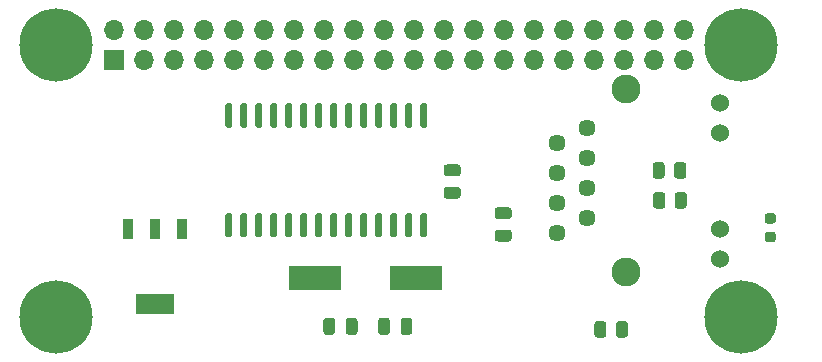
<source format=gbr>
G04 #@! TF.GenerationSoftware,KiCad,Pcbnew,(5.1.9)-1*
G04 #@! TF.CreationDate,2021-08-26T16:09:32+03:00*
G04 #@! TF.ProjectId,RPi_EthShield,5250695f-4574-4685-9368-69656c642e6b,rev?*
G04 #@! TF.SameCoordinates,Original*
G04 #@! TF.FileFunction,Soldermask,Top*
G04 #@! TF.FilePolarity,Negative*
%FSLAX46Y46*%
G04 Gerber Fmt 4.6, Leading zero omitted, Abs format (unit mm)*
G04 Created by KiCad (PCBNEW (5.1.9)-1) date 2021-08-26 16:09:32*
%MOMM*%
%LPD*%
G01*
G04 APERTURE LIST*
%ADD10C,1.446000*%
%ADD11C,1.530000*%
%ADD12C,2.445000*%
%ADD13R,4.500000X2.000000*%
%ADD14R,0.950000X1.750000*%
%ADD15R,3.250000X1.750000*%
%ADD16O,1.700000X1.700000*%
%ADD17R,1.700000X1.700000*%
%ADD18C,6.200000*%
G04 APERTURE END LIST*
D10*
X60960000Y-35052000D03*
X58420000Y-36322000D03*
X60960000Y-37592000D03*
X58420000Y-38862000D03*
X60960000Y-40132000D03*
X58420000Y-41402000D03*
X60960000Y-42672000D03*
X58420000Y-43942000D03*
D11*
X72210000Y-32872000D03*
X72210000Y-35412000D03*
X72210000Y-43582000D03*
X72210000Y-46122000D03*
D12*
X64260000Y-31752000D03*
X64260000Y-47242000D03*
D13*
X46434000Y-47752000D03*
X37934000Y-47752000D03*
G36*
G01*
X62592000Y-51619999D02*
X62592000Y-52520001D01*
G75*
G02*
X62342001Y-52770000I-249999J0D01*
G01*
X61816999Y-52770000D01*
G75*
G02*
X61567000Y-52520001I0J249999D01*
G01*
X61567000Y-51619999D01*
G75*
G02*
X61816999Y-51370000I249999J0D01*
G01*
X62342001Y-51370000D01*
G75*
G02*
X62592000Y-51619999I0J-249999D01*
G01*
G37*
G36*
G01*
X64417000Y-51619999D02*
X64417000Y-52520001D01*
G75*
G02*
X64167001Y-52770000I-249999J0D01*
G01*
X63641999Y-52770000D01*
G75*
G02*
X63392000Y-52520001I0J249999D01*
G01*
X63392000Y-51619999D01*
G75*
G02*
X63641999Y-51370000I249999J0D01*
G01*
X64167001Y-51370000D01*
G75*
G02*
X64417000Y-51619999I0J-249999D01*
G01*
G37*
G36*
G01*
X67568500Y-40697999D02*
X67568500Y-41598001D01*
G75*
G02*
X67318501Y-41848000I-249999J0D01*
G01*
X66793499Y-41848000D01*
G75*
G02*
X66543500Y-41598001I0J249999D01*
G01*
X66543500Y-40697999D01*
G75*
G02*
X66793499Y-40448000I249999J0D01*
G01*
X67318501Y-40448000D01*
G75*
G02*
X67568500Y-40697999I0J-249999D01*
G01*
G37*
G36*
G01*
X69393500Y-40697999D02*
X69393500Y-41598001D01*
G75*
G02*
X69143501Y-41848000I-249999J0D01*
G01*
X68618499Y-41848000D01*
G75*
G02*
X68368500Y-41598001I0J249999D01*
G01*
X68368500Y-40697999D01*
G75*
G02*
X68618499Y-40448000I249999J0D01*
G01*
X69143501Y-40448000D01*
G75*
G02*
X69393500Y-40697999I0J-249999D01*
G01*
G37*
G36*
G01*
X67521500Y-38157999D02*
X67521500Y-39058001D01*
G75*
G02*
X67271501Y-39308000I-249999J0D01*
G01*
X66746499Y-39308000D01*
G75*
G02*
X66496500Y-39058001I0J249999D01*
G01*
X66496500Y-38157999D01*
G75*
G02*
X66746499Y-37908000I249999J0D01*
G01*
X67271501Y-37908000D01*
G75*
G02*
X67521500Y-38157999I0J-249999D01*
G01*
G37*
G36*
G01*
X69346500Y-38157999D02*
X69346500Y-39058001D01*
G75*
G02*
X69096501Y-39308000I-249999J0D01*
G01*
X68571499Y-39308000D01*
G75*
G02*
X68321500Y-39058001I0J249999D01*
G01*
X68321500Y-38157999D01*
G75*
G02*
X68571499Y-37908000I249999J0D01*
G01*
X69096501Y-37908000D01*
G75*
G02*
X69346500Y-38157999I0J-249999D01*
G01*
G37*
G36*
G01*
X76197750Y-43809500D02*
X76710250Y-43809500D01*
G75*
G02*
X76929000Y-44028250I0J-218750D01*
G01*
X76929000Y-44465750D01*
G75*
G02*
X76710250Y-44684500I-218750J0D01*
G01*
X76197750Y-44684500D01*
G75*
G02*
X75979000Y-44465750I0J218750D01*
G01*
X75979000Y-44028250D01*
G75*
G02*
X76197750Y-43809500I218750J0D01*
G01*
G37*
G36*
G01*
X76197750Y-42234500D02*
X76710250Y-42234500D01*
G75*
G02*
X76929000Y-42453250I0J-218750D01*
G01*
X76929000Y-42890750D01*
G75*
G02*
X76710250Y-43109500I-218750J0D01*
G01*
X76197750Y-43109500D01*
G75*
G02*
X75979000Y-42890750I0J218750D01*
G01*
X75979000Y-42453250D01*
G75*
G02*
X76197750Y-42234500I218750J0D01*
G01*
G37*
G36*
G01*
X50005000Y-39108000D02*
X49055000Y-39108000D01*
G75*
G02*
X48805000Y-38858000I0J250000D01*
G01*
X48805000Y-38358000D01*
G75*
G02*
X49055000Y-38108000I250000J0D01*
G01*
X50005000Y-38108000D01*
G75*
G02*
X50255000Y-38358000I0J-250000D01*
G01*
X50255000Y-38858000D01*
G75*
G02*
X50005000Y-39108000I-250000J0D01*
G01*
G37*
G36*
G01*
X50005000Y-41008000D02*
X49055000Y-41008000D01*
G75*
G02*
X48805000Y-40758000I0J250000D01*
G01*
X48805000Y-40258000D01*
G75*
G02*
X49055000Y-40008000I250000J0D01*
G01*
X50005000Y-40008000D01*
G75*
G02*
X50255000Y-40258000I0J-250000D01*
G01*
X50255000Y-40758000D01*
G75*
G02*
X50005000Y-41008000I-250000J0D01*
G01*
G37*
G36*
G01*
X45154000Y-52291000D02*
X45154000Y-51341000D01*
G75*
G02*
X45404000Y-51091000I250000J0D01*
G01*
X45904000Y-51091000D01*
G75*
G02*
X46154000Y-51341000I0J-250000D01*
G01*
X46154000Y-52291000D01*
G75*
G02*
X45904000Y-52541000I-250000J0D01*
G01*
X45404000Y-52541000D01*
G75*
G02*
X45154000Y-52291000I0J250000D01*
G01*
G37*
G36*
G01*
X43254000Y-52291000D02*
X43254000Y-51341000D01*
G75*
G02*
X43504000Y-51091000I250000J0D01*
G01*
X44004000Y-51091000D01*
G75*
G02*
X44254000Y-51341000I0J-250000D01*
G01*
X44254000Y-52291000D01*
G75*
G02*
X44004000Y-52541000I-250000J0D01*
G01*
X43504000Y-52541000D01*
G75*
G02*
X43254000Y-52291000I0J250000D01*
G01*
G37*
G36*
G01*
X40516000Y-52291000D02*
X40516000Y-51341000D01*
G75*
G02*
X40766000Y-51091000I250000J0D01*
G01*
X41266000Y-51091000D01*
G75*
G02*
X41516000Y-51341000I0J-250000D01*
G01*
X41516000Y-52291000D01*
G75*
G02*
X41266000Y-52541000I-250000J0D01*
G01*
X40766000Y-52541000D01*
G75*
G02*
X40516000Y-52291000I0J250000D01*
G01*
G37*
G36*
G01*
X38616000Y-52291000D02*
X38616000Y-51341000D01*
G75*
G02*
X38866000Y-51091000I250000J0D01*
G01*
X39366000Y-51091000D01*
G75*
G02*
X39616000Y-51341000I0J-250000D01*
G01*
X39616000Y-52291000D01*
G75*
G02*
X39366000Y-52541000I-250000J0D01*
G01*
X38866000Y-52541000D01*
G75*
G02*
X38616000Y-52291000I0J250000D01*
G01*
G37*
G36*
G01*
X54323000Y-42730000D02*
X53373000Y-42730000D01*
G75*
G02*
X53123000Y-42480000I0J250000D01*
G01*
X53123000Y-41980000D01*
G75*
G02*
X53373000Y-41730000I250000J0D01*
G01*
X54323000Y-41730000D01*
G75*
G02*
X54573000Y-41980000I0J-250000D01*
G01*
X54573000Y-42480000D01*
G75*
G02*
X54323000Y-42730000I-250000J0D01*
G01*
G37*
G36*
G01*
X54323000Y-44630000D02*
X53373000Y-44630000D01*
G75*
G02*
X53123000Y-44380000I0J250000D01*
G01*
X53123000Y-43880000D01*
G75*
G02*
X53373000Y-43630000I250000J0D01*
G01*
X54323000Y-43630000D01*
G75*
G02*
X54573000Y-43880000I0J-250000D01*
G01*
X54573000Y-44380000D01*
G75*
G02*
X54323000Y-44630000I-250000J0D01*
G01*
G37*
D14*
X26684000Y-43586000D03*
X24384000Y-43586000D03*
X22084000Y-43586000D03*
D15*
X24384000Y-49886000D03*
G36*
G01*
X46967000Y-42233000D02*
X47267000Y-42233000D01*
G75*
G02*
X47417000Y-42383000I0J-150000D01*
G01*
X47417000Y-44133000D01*
G75*
G02*
X47267000Y-44283000I-150000J0D01*
G01*
X46967000Y-44283000D01*
G75*
G02*
X46817000Y-44133000I0J150000D01*
G01*
X46817000Y-42383000D01*
G75*
G02*
X46967000Y-42233000I150000J0D01*
G01*
G37*
G36*
G01*
X45697000Y-42233000D02*
X45997000Y-42233000D01*
G75*
G02*
X46147000Y-42383000I0J-150000D01*
G01*
X46147000Y-44133000D01*
G75*
G02*
X45997000Y-44283000I-150000J0D01*
G01*
X45697000Y-44283000D01*
G75*
G02*
X45547000Y-44133000I0J150000D01*
G01*
X45547000Y-42383000D01*
G75*
G02*
X45697000Y-42233000I150000J0D01*
G01*
G37*
G36*
G01*
X44427000Y-42233000D02*
X44727000Y-42233000D01*
G75*
G02*
X44877000Y-42383000I0J-150000D01*
G01*
X44877000Y-44133000D01*
G75*
G02*
X44727000Y-44283000I-150000J0D01*
G01*
X44427000Y-44283000D01*
G75*
G02*
X44277000Y-44133000I0J150000D01*
G01*
X44277000Y-42383000D01*
G75*
G02*
X44427000Y-42233000I150000J0D01*
G01*
G37*
G36*
G01*
X43157000Y-42233000D02*
X43457000Y-42233000D01*
G75*
G02*
X43607000Y-42383000I0J-150000D01*
G01*
X43607000Y-44133000D01*
G75*
G02*
X43457000Y-44283000I-150000J0D01*
G01*
X43157000Y-44283000D01*
G75*
G02*
X43007000Y-44133000I0J150000D01*
G01*
X43007000Y-42383000D01*
G75*
G02*
X43157000Y-42233000I150000J0D01*
G01*
G37*
G36*
G01*
X41887000Y-42233000D02*
X42187000Y-42233000D01*
G75*
G02*
X42337000Y-42383000I0J-150000D01*
G01*
X42337000Y-44133000D01*
G75*
G02*
X42187000Y-44283000I-150000J0D01*
G01*
X41887000Y-44283000D01*
G75*
G02*
X41737000Y-44133000I0J150000D01*
G01*
X41737000Y-42383000D01*
G75*
G02*
X41887000Y-42233000I150000J0D01*
G01*
G37*
G36*
G01*
X40617000Y-42233000D02*
X40917000Y-42233000D01*
G75*
G02*
X41067000Y-42383000I0J-150000D01*
G01*
X41067000Y-44133000D01*
G75*
G02*
X40917000Y-44283000I-150000J0D01*
G01*
X40617000Y-44283000D01*
G75*
G02*
X40467000Y-44133000I0J150000D01*
G01*
X40467000Y-42383000D01*
G75*
G02*
X40617000Y-42233000I150000J0D01*
G01*
G37*
G36*
G01*
X39347000Y-42233000D02*
X39647000Y-42233000D01*
G75*
G02*
X39797000Y-42383000I0J-150000D01*
G01*
X39797000Y-44133000D01*
G75*
G02*
X39647000Y-44283000I-150000J0D01*
G01*
X39347000Y-44283000D01*
G75*
G02*
X39197000Y-44133000I0J150000D01*
G01*
X39197000Y-42383000D01*
G75*
G02*
X39347000Y-42233000I150000J0D01*
G01*
G37*
G36*
G01*
X38077000Y-42233000D02*
X38377000Y-42233000D01*
G75*
G02*
X38527000Y-42383000I0J-150000D01*
G01*
X38527000Y-44133000D01*
G75*
G02*
X38377000Y-44283000I-150000J0D01*
G01*
X38077000Y-44283000D01*
G75*
G02*
X37927000Y-44133000I0J150000D01*
G01*
X37927000Y-42383000D01*
G75*
G02*
X38077000Y-42233000I150000J0D01*
G01*
G37*
G36*
G01*
X36807000Y-42233000D02*
X37107000Y-42233000D01*
G75*
G02*
X37257000Y-42383000I0J-150000D01*
G01*
X37257000Y-44133000D01*
G75*
G02*
X37107000Y-44283000I-150000J0D01*
G01*
X36807000Y-44283000D01*
G75*
G02*
X36657000Y-44133000I0J150000D01*
G01*
X36657000Y-42383000D01*
G75*
G02*
X36807000Y-42233000I150000J0D01*
G01*
G37*
G36*
G01*
X35537000Y-42233000D02*
X35837000Y-42233000D01*
G75*
G02*
X35987000Y-42383000I0J-150000D01*
G01*
X35987000Y-44133000D01*
G75*
G02*
X35837000Y-44283000I-150000J0D01*
G01*
X35537000Y-44283000D01*
G75*
G02*
X35387000Y-44133000I0J150000D01*
G01*
X35387000Y-42383000D01*
G75*
G02*
X35537000Y-42233000I150000J0D01*
G01*
G37*
G36*
G01*
X34267000Y-42233000D02*
X34567000Y-42233000D01*
G75*
G02*
X34717000Y-42383000I0J-150000D01*
G01*
X34717000Y-44133000D01*
G75*
G02*
X34567000Y-44283000I-150000J0D01*
G01*
X34267000Y-44283000D01*
G75*
G02*
X34117000Y-44133000I0J150000D01*
G01*
X34117000Y-42383000D01*
G75*
G02*
X34267000Y-42233000I150000J0D01*
G01*
G37*
G36*
G01*
X32997000Y-42233000D02*
X33297000Y-42233000D01*
G75*
G02*
X33447000Y-42383000I0J-150000D01*
G01*
X33447000Y-44133000D01*
G75*
G02*
X33297000Y-44283000I-150000J0D01*
G01*
X32997000Y-44283000D01*
G75*
G02*
X32847000Y-44133000I0J150000D01*
G01*
X32847000Y-42383000D01*
G75*
G02*
X32997000Y-42233000I150000J0D01*
G01*
G37*
G36*
G01*
X31727000Y-42233000D02*
X32027000Y-42233000D01*
G75*
G02*
X32177000Y-42383000I0J-150000D01*
G01*
X32177000Y-44133000D01*
G75*
G02*
X32027000Y-44283000I-150000J0D01*
G01*
X31727000Y-44283000D01*
G75*
G02*
X31577000Y-44133000I0J150000D01*
G01*
X31577000Y-42383000D01*
G75*
G02*
X31727000Y-42233000I150000J0D01*
G01*
G37*
G36*
G01*
X30457000Y-42233000D02*
X30757000Y-42233000D01*
G75*
G02*
X30907000Y-42383000I0J-150000D01*
G01*
X30907000Y-44133000D01*
G75*
G02*
X30757000Y-44283000I-150000J0D01*
G01*
X30457000Y-44283000D01*
G75*
G02*
X30307000Y-44133000I0J150000D01*
G01*
X30307000Y-42383000D01*
G75*
G02*
X30457000Y-42233000I150000J0D01*
G01*
G37*
G36*
G01*
X30457000Y-32933000D02*
X30757000Y-32933000D01*
G75*
G02*
X30907000Y-33083000I0J-150000D01*
G01*
X30907000Y-34833000D01*
G75*
G02*
X30757000Y-34983000I-150000J0D01*
G01*
X30457000Y-34983000D01*
G75*
G02*
X30307000Y-34833000I0J150000D01*
G01*
X30307000Y-33083000D01*
G75*
G02*
X30457000Y-32933000I150000J0D01*
G01*
G37*
G36*
G01*
X31727000Y-32933000D02*
X32027000Y-32933000D01*
G75*
G02*
X32177000Y-33083000I0J-150000D01*
G01*
X32177000Y-34833000D01*
G75*
G02*
X32027000Y-34983000I-150000J0D01*
G01*
X31727000Y-34983000D01*
G75*
G02*
X31577000Y-34833000I0J150000D01*
G01*
X31577000Y-33083000D01*
G75*
G02*
X31727000Y-32933000I150000J0D01*
G01*
G37*
G36*
G01*
X32997000Y-32933000D02*
X33297000Y-32933000D01*
G75*
G02*
X33447000Y-33083000I0J-150000D01*
G01*
X33447000Y-34833000D01*
G75*
G02*
X33297000Y-34983000I-150000J0D01*
G01*
X32997000Y-34983000D01*
G75*
G02*
X32847000Y-34833000I0J150000D01*
G01*
X32847000Y-33083000D01*
G75*
G02*
X32997000Y-32933000I150000J0D01*
G01*
G37*
G36*
G01*
X34267000Y-32933000D02*
X34567000Y-32933000D01*
G75*
G02*
X34717000Y-33083000I0J-150000D01*
G01*
X34717000Y-34833000D01*
G75*
G02*
X34567000Y-34983000I-150000J0D01*
G01*
X34267000Y-34983000D01*
G75*
G02*
X34117000Y-34833000I0J150000D01*
G01*
X34117000Y-33083000D01*
G75*
G02*
X34267000Y-32933000I150000J0D01*
G01*
G37*
G36*
G01*
X35537000Y-32933000D02*
X35837000Y-32933000D01*
G75*
G02*
X35987000Y-33083000I0J-150000D01*
G01*
X35987000Y-34833000D01*
G75*
G02*
X35837000Y-34983000I-150000J0D01*
G01*
X35537000Y-34983000D01*
G75*
G02*
X35387000Y-34833000I0J150000D01*
G01*
X35387000Y-33083000D01*
G75*
G02*
X35537000Y-32933000I150000J0D01*
G01*
G37*
G36*
G01*
X36807000Y-32933000D02*
X37107000Y-32933000D01*
G75*
G02*
X37257000Y-33083000I0J-150000D01*
G01*
X37257000Y-34833000D01*
G75*
G02*
X37107000Y-34983000I-150000J0D01*
G01*
X36807000Y-34983000D01*
G75*
G02*
X36657000Y-34833000I0J150000D01*
G01*
X36657000Y-33083000D01*
G75*
G02*
X36807000Y-32933000I150000J0D01*
G01*
G37*
G36*
G01*
X38077000Y-32933000D02*
X38377000Y-32933000D01*
G75*
G02*
X38527000Y-33083000I0J-150000D01*
G01*
X38527000Y-34833000D01*
G75*
G02*
X38377000Y-34983000I-150000J0D01*
G01*
X38077000Y-34983000D01*
G75*
G02*
X37927000Y-34833000I0J150000D01*
G01*
X37927000Y-33083000D01*
G75*
G02*
X38077000Y-32933000I150000J0D01*
G01*
G37*
G36*
G01*
X39347000Y-32933000D02*
X39647000Y-32933000D01*
G75*
G02*
X39797000Y-33083000I0J-150000D01*
G01*
X39797000Y-34833000D01*
G75*
G02*
X39647000Y-34983000I-150000J0D01*
G01*
X39347000Y-34983000D01*
G75*
G02*
X39197000Y-34833000I0J150000D01*
G01*
X39197000Y-33083000D01*
G75*
G02*
X39347000Y-32933000I150000J0D01*
G01*
G37*
G36*
G01*
X40617000Y-32933000D02*
X40917000Y-32933000D01*
G75*
G02*
X41067000Y-33083000I0J-150000D01*
G01*
X41067000Y-34833000D01*
G75*
G02*
X40917000Y-34983000I-150000J0D01*
G01*
X40617000Y-34983000D01*
G75*
G02*
X40467000Y-34833000I0J150000D01*
G01*
X40467000Y-33083000D01*
G75*
G02*
X40617000Y-32933000I150000J0D01*
G01*
G37*
G36*
G01*
X41887000Y-32933000D02*
X42187000Y-32933000D01*
G75*
G02*
X42337000Y-33083000I0J-150000D01*
G01*
X42337000Y-34833000D01*
G75*
G02*
X42187000Y-34983000I-150000J0D01*
G01*
X41887000Y-34983000D01*
G75*
G02*
X41737000Y-34833000I0J150000D01*
G01*
X41737000Y-33083000D01*
G75*
G02*
X41887000Y-32933000I150000J0D01*
G01*
G37*
G36*
G01*
X43157000Y-32933000D02*
X43457000Y-32933000D01*
G75*
G02*
X43607000Y-33083000I0J-150000D01*
G01*
X43607000Y-34833000D01*
G75*
G02*
X43457000Y-34983000I-150000J0D01*
G01*
X43157000Y-34983000D01*
G75*
G02*
X43007000Y-34833000I0J150000D01*
G01*
X43007000Y-33083000D01*
G75*
G02*
X43157000Y-32933000I150000J0D01*
G01*
G37*
G36*
G01*
X44427000Y-32933000D02*
X44727000Y-32933000D01*
G75*
G02*
X44877000Y-33083000I0J-150000D01*
G01*
X44877000Y-34833000D01*
G75*
G02*
X44727000Y-34983000I-150000J0D01*
G01*
X44427000Y-34983000D01*
G75*
G02*
X44277000Y-34833000I0J150000D01*
G01*
X44277000Y-33083000D01*
G75*
G02*
X44427000Y-32933000I150000J0D01*
G01*
G37*
G36*
G01*
X45697000Y-32933000D02*
X45997000Y-32933000D01*
G75*
G02*
X46147000Y-33083000I0J-150000D01*
G01*
X46147000Y-34833000D01*
G75*
G02*
X45997000Y-34983000I-150000J0D01*
G01*
X45697000Y-34983000D01*
G75*
G02*
X45547000Y-34833000I0J150000D01*
G01*
X45547000Y-33083000D01*
G75*
G02*
X45697000Y-32933000I150000J0D01*
G01*
G37*
G36*
G01*
X46967000Y-32933000D02*
X47267000Y-32933000D01*
G75*
G02*
X47417000Y-33083000I0J-150000D01*
G01*
X47417000Y-34833000D01*
G75*
G02*
X47267000Y-34983000I-150000J0D01*
G01*
X46967000Y-34983000D01*
G75*
G02*
X46817000Y-34833000I0J150000D01*
G01*
X46817000Y-33083000D01*
G75*
G02*
X46967000Y-32933000I150000J0D01*
G01*
G37*
D16*
X69130000Y-26730000D03*
X69130000Y-29270000D03*
X66590000Y-26730000D03*
X66590000Y-29270000D03*
X64050000Y-26730000D03*
X64050000Y-29270000D03*
X61510000Y-26730000D03*
X61510000Y-29270000D03*
X58970000Y-26730000D03*
X58970000Y-29270000D03*
X56430000Y-26730000D03*
X56430000Y-29270000D03*
X53890000Y-26730000D03*
X53890000Y-29270000D03*
X51350000Y-26730000D03*
X51350000Y-29270000D03*
X48810000Y-26730000D03*
X48810000Y-29270000D03*
X46270000Y-26730000D03*
X46270000Y-29270000D03*
X43730000Y-26730000D03*
X43730000Y-29270000D03*
X41190000Y-26730000D03*
X41190000Y-29270000D03*
X38650000Y-26730000D03*
X38650000Y-29270000D03*
X36110000Y-26730000D03*
X36110000Y-29270000D03*
X33570000Y-26730000D03*
X33570000Y-29270000D03*
X31030000Y-26730000D03*
X31030000Y-29270000D03*
X28490000Y-26730000D03*
X28490000Y-29270000D03*
X25950000Y-26730000D03*
X25950000Y-29270000D03*
X23410000Y-26730000D03*
X23410000Y-29270000D03*
X20870000Y-26730000D03*
D17*
X20870000Y-29270000D03*
D18*
X16000000Y-51000000D03*
X74000000Y-28000000D03*
X74000000Y-51000000D03*
X16000000Y-28000000D03*
M02*

</source>
